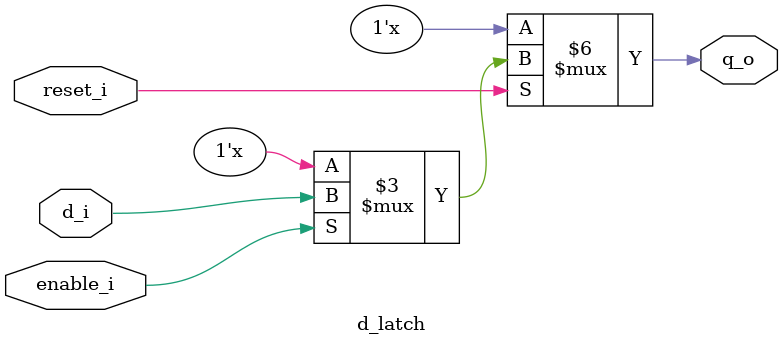
<source format=v>
`timescale 1ns / 1ps


module d_latch(d_i,enable_i,q_o,reset_i);


input d_i,enable_i,reset_i;
output q_o;

//always blogu enable_i d_i reset_i lerden herhangi biri değiştiği an her zaman calisir.
always @ (enable_i,d_i,reset_i)
	if(!reset_i)
		q  <=  0;
	else
		if(enable_i)
			q_o <= d_i;

endmodule

</source>
